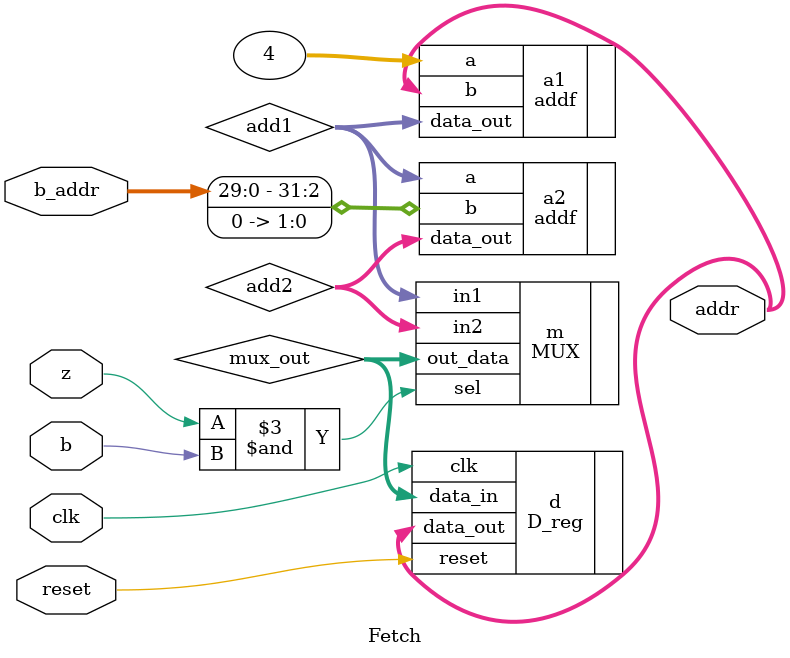
<source format=v>
`timescale 1ns / 1ps
module Fetch(
		input reset,
		input clk,
		input [31:0] b_addr,
		input z,b,
		output [31:0] addr
		
    );
	 
	 
	 wire [31:0] mux_out;
	 wire [31:0] add1;
	 wire [31:0] add2;

	 D_reg d(
			.clk(clk),
			.reset(reset),
			.data_in(mux_out),
			.data_out(addr)
	 );


	addf a1(
		.a(4),
		.b(addr),
		.data_out(add1)
	);
	 
	addf a2(
		.a(add1),
		.b(b_addr << 2),
		.data_out(add2)
	);


	 MUX m (
			.in1(add1),
			.in2(add2),
			.sel(z & b),
			.out_data(mux_out)
			
	 );
	 
	 


endmodule

</source>
